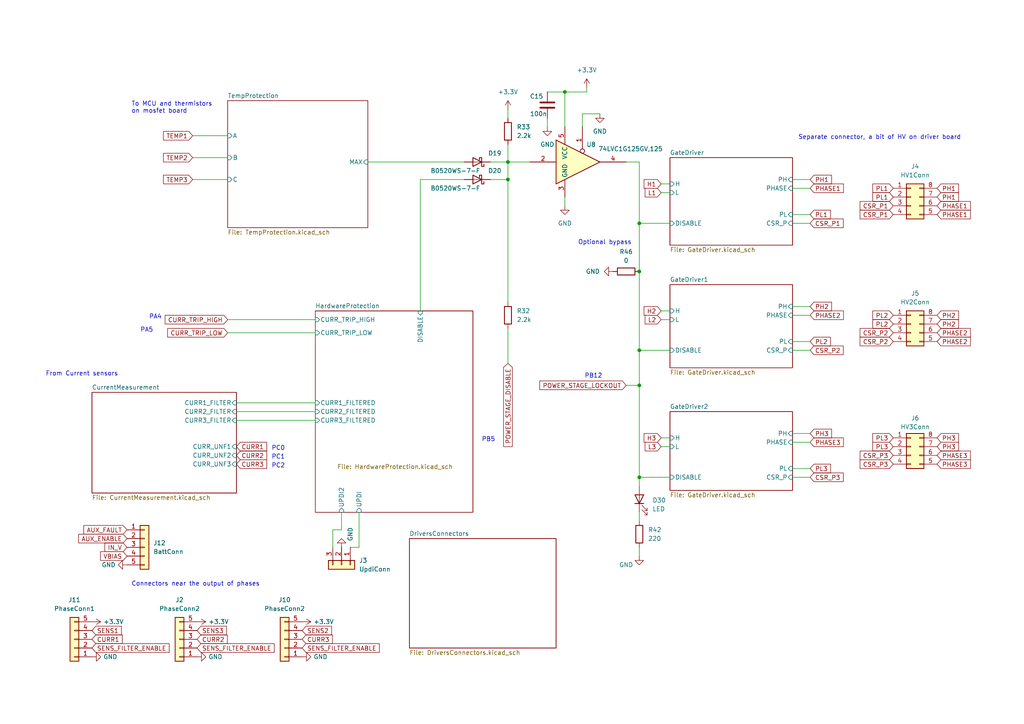
<source format=kicad_sch>
(kicad_sch (version 20230121) (generator eeschema)
  (paper "A4")
  (lib_symbols
    (symbol "74xGxx:74LVC1G125"
      (property "Reference" "U" (at -10.16 7.62 0))
      (property "Value" "74LVC1G125" (at 2.54 -7.62 0))
      (symbol "74LVC1G125_0_1"
        (polyline (pts (xy -7.62 6.35) (xy -7.62 -6.35) (xy 5.08 0) (xy -7.62 6.35)) (stroke (width 0.254)) (fill (type background)))
      )
      (symbol "74LVC1G125_1_1"
        (pin input inverted (at 0 10.16 270) (length 7.62) (name "~") (number "1"))
        (pin input line (at -15.24 0 0) (length 7.62) (name "~") (number "2"))
        (pin power_in line (at -5.08 -10.16 90) (length 5.08) (name "GND") (number "3"))
        (pin tri_state line (at 12.7 0 180) (length 7.62) (name "~") (number "4"))
        (pin power_in line (at -5.08 10.16 270) (length 5.08) (name "VCC") (number "5"))
      )
    )
    (symbol "Connector_Generic:Conn_01x03" (pin_names (offset 1.016) hide)
      (property "Reference" "J" (at 0 5.08 0))
      (property "Value" "Conn_01x03" (at 0 -5.08 0))
      (symbol "Conn_01x03_1_1"
        (rectangle (start -1.27 -2.413) (end 0 -2.667) (stroke (width 0.1524)))
        (rectangle (start -1.27 0.127) (end 0 -0.127) (stroke (width 0.1524)))
        (rectangle (start -1.27 2.667) (end 0 2.413) (stroke (width 0.1524)))
        (rectangle (start -1.27 3.81) (end 1.27 -3.81) (stroke (width 0.254)) (fill (type background)))
        (pin passive line (at -5.08 2.54 0) (length 3.81) (name "Pin_1") (number "1"))
        (pin passive line (at -5.08 0 0) (length 3.81) (name "Pin_2") (number "2"))
        (pin passive line (at -5.08 -2.54 0) (length 3.81) (name "Pin_3") (number "3"))
      )
    )
    (symbol "Connector_Generic:Conn_01x05" (pin_names (offset 1.016) hide)
      (property "Reference" "J" (at 0 7.62 0))
      (property "Value" "Conn_01x05" (at 0 -7.62 0))
      (symbol "Conn_01x05_1_1"
        (rectangle (start -1.27 -4.953) (end 0 -5.207) (stroke (width 0.1524)))
        (rectangle (start -1.27 -2.413) (end 0 -2.667) (stroke (width 0.1524)))
        (rectangle (start -1.27 0.127) (end 0 -0.127) (stroke (width 0.1524)))
        (rectangle (start -1.27 2.667) (end 0 2.413) (stroke (width 0.1524)))
        (rectangle (start -1.27 5.207) (end 0 4.953) (stroke (width 0.1524)))
        (rectangle (start -1.27 6.35) (end 1.27 -6.35) (stroke (width 0.254)) (fill (type background)))
        (pin passive line (at -5.08 5.08 0) (length 3.81) (name "Pin_1") (number "1"))
        (pin passive line (at -5.08 2.54 0) (length 3.81) (name "Pin_2") (number "2"))
        (pin passive line (at -5.08 0 0) (length 3.81) (name "Pin_3") (number "3"))
        (pin passive line (at -5.08 -2.54 0) (length 3.81) (name "Pin_4") (number "4"))
        (pin passive line (at -5.08 -5.08 0) (length 3.81) (name "Pin_5") (number "5"))
      )
    )
    (symbol "Connector_Generic:Conn_02x04_Counter_Clockwise" (pin_names (offset 1.016) hide)
      (property "Reference" "J" (at 1.27 5.08 0))
      (property "Value" "Conn_02x04_Counter_Clockwise" (at 1.27 -7.62 0))
      (symbol "Conn_02x04_Counter_Clockwise_1_1"
        (rectangle (start -1.27 -4.953) (end 0 -5.207) (stroke (width 0.1524)))
        (rectangle (start -1.27 -2.413) (end 0 -2.667) (stroke (width 0.1524)))
        (rectangle (start -1.27 0.127) (end 0 -0.127) (stroke (width 0.1524)))
        (rectangle (start -1.27 2.667) (end 0 2.413) (stroke (width 0.1524)))
        (rectangle (start -1.27 3.81) (end 3.81 -6.35) (stroke (width 0.254)) (fill (type background)))
        (rectangle (start 3.81 -4.953) (end 2.54 -5.207) (stroke (width 0.1524)))
        (rectangle (start 3.81 -2.413) (end 2.54 -2.667) (stroke (width 0.1524)))
        (rectangle (start 3.81 0.127) (end 2.54 -0.127) (stroke (width 0.1524)))
        (rectangle (start 3.81 2.667) (end 2.54 2.413) (stroke (width 0.1524)))
        (pin passive line (at -5.08 2.54 0) (length 3.81) (name "Pin_1") (number "1"))
        (pin passive line (at -5.08 0 0) (length 3.81) (name "Pin_2") (number "2"))
        (pin passive line (at -5.08 -2.54 0) (length 3.81) (name "Pin_3") (number "3"))
        (pin passive line (at -5.08 -5.08 0) (length 3.81) (name "Pin_4") (number "4"))
        (pin passive line (at 7.62 -5.08 180) (length 3.81) (name "Pin_5") (number "5"))
        (pin passive line (at 7.62 -2.54 180) (length 3.81) (name "Pin_6") (number "6"))
        (pin passive line (at 7.62 0 180) (length 3.81) (name "Pin_7") (number "7"))
        (pin passive line (at 7.62 2.54 180) (length 3.81) (name "Pin_8") (number "8"))
      )
    )
    (symbol "Device:C" (pin_numbers hide) (pin_names (offset 0.254))
      (property "Reference" "C" (at 0.635 2.54 0))
      (property "Value" "C" (at 0.635 -2.54 0))
      (symbol "C_0_1"
        (polyline (pts (xy -2.032 -0.762) (xy 2.032 -0.762)) (stroke (width 0.508)))
        (polyline (pts (xy -2.032 0.762) (xy 2.032 0.762)) (stroke (width 0.508)))
      )
      (symbol "C_1_1"
        (pin passive line (at 0 3.81 270) (length 2.794) (name "~") (number "1"))
        (pin passive line (at 0 -3.81 90) (length 2.794) (name "~") (number "2"))
      )
    )
    (symbol "Device:D_Schottky" (pin_numbers hide) (pin_names (offset 1.016) hide)
      (property "Reference" "D" (at 0 2.54 0))
      (property "Value" "D_Schottky" (at 0 -2.54 0))
      (symbol "D_Schottky_0_1"
        (polyline (pts (xy 1.27 0) (xy -1.27 0)))
        (polyline (pts (xy 1.27 1.27) (xy 1.27 -1.27) (xy -1.27 0) (xy 1.27 1.27)) (stroke (width 0.254)))
        (polyline (pts (xy -1.905 0.635) (xy -1.905 1.27) (xy -1.27 1.27) (xy -1.27 -1.27) (xy -0.635 -1.27) (xy -0.635 -0.635)) (stroke (width 0.254)))
      )
      (symbol "D_Schottky_1_1"
        (pin passive line (at -3.81 0 0) (length 2.54) (name "K") (number "1"))
        (pin passive line (at 3.81 0 180) (length 2.54) (name "A") (number "2"))
      )
    )
    (symbol "Device:LED" (pin_numbers hide) (pin_names (offset 1.016) hide)
      (property "Reference" "D" (at 0 2.54 0))
      (property "Value" "LED" (at 0 -2.54 0))
      (symbol "LED_0_1"
        (polyline (pts (xy -1.27 -1.27) (xy -1.27 1.27)) (stroke (width 0.254)))
        (polyline (pts (xy -1.27 0) (xy 1.27 0)))
        (polyline (pts (xy 1.27 -1.27) (xy 1.27 1.27) (xy -1.27 0) (xy 1.27 -1.27)) (stroke (width 0.254)))
        (polyline (pts (xy -3.048 -0.762) (xy -4.572 -2.286) (xy -3.81 -2.286) (xy -4.572 -2.286) (xy -4.572 -1.524)))
        (polyline (pts (xy -1.778 -0.762) (xy -3.302 -2.286) (xy -2.54 -2.286) (xy -3.302 -2.286) (xy -3.302 -1.524)))
      )
      (symbol "LED_1_1"
        (pin passive line (at -3.81 0 0) (length 2.54) (name "K") (number "1"))
        (pin passive line (at 3.81 0 180) (length 2.54) (name "A") (number "2"))
      )
    )
    (symbol "Device:R" (pin_numbers hide) (pin_names (offset 0))
      (property "Reference" "R" (at 2.032 0 90))
      (property "Value" "R" (at 0 0 90))
      (symbol "R_0_1"
        (rectangle (start -1.016 -2.54) (end 1.016 2.54) (stroke (width 0.254)))
      )
      (symbol "R_1_1"
        (pin passive line (at 0 3.81 270) (length 1.27) (name "~") (number "1"))
        (pin passive line (at 0 -3.81 90) (length 1.27) (name "~") (number "2"))
      )
    )
    (symbol "power:+3.3V" (power) (pin_names (offset 0))
      (property "Value" "+3.3V" (at 0 3.556 0))
      (symbol "+3.3V_0_1"
        (polyline (pts (xy -0.762 1.27) (xy 0 2.54)))
        (polyline (pts (xy 0 0) (xy 0 2.54)))
        (polyline (pts (xy 0 2.54) (xy 0.762 1.27)))
      )
      (symbol "+3.3V_1_1"
        (pin power_in line (at 0 0 90) (length 0) hide (name "+3.3V") (number "1"))
      )
    )
    (symbol "power:GND" (power) (pin_names (offset 0))
      (property "Value" "GND" (at 0 -3.81 0))
      (symbol "GND_0_1"
        (polyline (pts (xy 0 0) (xy 0 -1.27) (xy 1.27 -1.27) (xy 0 -2.54) (xy -1.27 -1.27) (xy 0 -1.27)))
      )
      (symbol "GND_1_1"
        (pin power_in line (at 0 0 270) (length 0) hide (name "GND") (number "1"))
      )
    )
  )
  (junction (at 185.42 138.43))
  (junction (at 163.83 26.67))
  (junction (at 147.32 52.07))
  (junction (at 185.42 111.76))
  (junction (at 147.32 46.99))
  (junction (at 185.42 101.6))
  (junction (at 185.42 64.77))
  (junction (at 185.42 78.74))
  (wire (pts (xy 229.87 88.9) (xy 234.95 88.9)))
  (wire (pts (xy 147.32 41.91) (xy 147.32 46.99)))
  (wire (pts (xy 185.42 138.43) (xy 185.42 140.97)))
  (wire (pts (xy 185.42 148.59) (xy 185.42 151.13)))
  (wire (pts (xy 185.42 78.74) (xy 185.42 64.77)))
  (wire (pts (xy 55.88 45.72) (xy 66.04 45.72)))
  (wire (pts (xy 163.83 26.67) (xy 163.83 36.83)))
  (wire (pts (xy 68.58 121.92) (xy 91.44 121.92)))
  (wire (pts (xy 158.75 34.29) (xy 158.75 36.83)))
  (wire (pts (xy 191.77 53.34) (xy 194.31 53.34)))
  (wire (pts (xy 181.61 111.76) (xy 185.42 111.76)))
  (wire (pts (xy 104.14 158.75) (xy 104.14 148.59)))
  (wire (pts (xy 96.52 153.67) (xy 99.06 153.67)))
  (wire (pts (xy 147.32 46.99) (xy 147.32 52.07)))
  (wire (pts (xy 55.88 39.37) (xy 66.04 39.37)))
  (wire (pts (xy 229.87 101.6) (xy 234.95 101.6)))
  (wire (pts (xy 68.58 119.38) (xy 91.44 119.38)))
  (wire (pts (xy 173.99 33.02) (xy 168.91 33.02)))
  (wire (pts (xy 101.6 158.75) (xy 104.14 158.75)))
  (wire (pts (xy 229.87 52.07) (xy 234.95 52.07)))
  (wire (pts (xy 66.04 92.71) (xy 91.44 92.71)))
  (wire (pts (xy 168.91 33.02) (xy 168.91 36.83)))
  (wire (pts (xy 147.32 95.25) (xy 147.32 105.41)))
  (wire (pts (xy 185.42 46.99) (xy 181.61 46.99)))
  (wire (pts (xy 229.87 54.61) (xy 234.95 54.61)))
  (wire (pts (xy 147.32 52.07) (xy 147.32 87.63)))
  (wire (pts (xy 68.58 116.84) (xy 91.44 116.84)))
  (wire (pts (xy 142.24 52.07) (xy 147.32 52.07)))
  (wire (pts (xy 229.87 64.77) (xy 234.95 64.77)))
  (wire (pts (xy 194.31 101.6) (xy 185.42 101.6)))
  (wire (pts (xy 229.87 128.27) (xy 234.95 128.27)))
  (wire (pts (xy 142.24 46.99) (xy 147.32 46.99)))
  (wire (pts (xy 185.42 158.75) (xy 185.42 161.29)))
  (wire (pts (xy 66.04 96.52) (xy 91.44 96.52)))
  (wire (pts (xy 163.83 26.67) (xy 158.75 26.67)))
  (wire (pts (xy 170.18 26.67) (xy 163.83 26.67)))
  (wire (pts (xy 229.87 125.73) (xy 234.95 125.73)))
  (wire (pts (xy 191.77 92.71) (xy 194.31 92.71)))
  (wire (pts (xy 194.31 138.43) (xy 185.42 138.43)))
  (wire (pts (xy 185.42 111.76) (xy 185.42 138.43)))
  (wire (pts (xy 106.68 46.99) (xy 134.62 46.99)))
  (wire (pts (xy 191.77 55.88) (xy 194.31 55.88)))
  (wire (pts (xy 191.77 129.54) (xy 194.31 129.54)))
  (wire (pts (xy 229.87 99.06) (xy 234.95 99.06)))
  (wire (pts (xy 229.87 91.44) (xy 234.95 91.44)))
  (wire (pts (xy 99.06 153.67) (xy 99.06 148.59)))
  (wire (pts (xy 121.92 52.07) (xy 134.62 52.07)))
  (wire (pts (xy 185.42 101.6) (xy 185.42 111.76)))
  (wire (pts (xy 147.32 31.75) (xy 147.32 34.29)))
  (wire (pts (xy 147.32 46.99) (xy 153.67 46.99)))
  (wire (pts (xy 170.18 25.4) (xy 170.18 26.67)))
  (wire (pts (xy 229.87 62.23) (xy 234.95 62.23)))
  (wire (pts (xy 194.31 64.77) (xy 185.42 64.77)))
  (wire (pts (xy 96.52 158.75) (xy 96.52 153.67)))
  (wire (pts (xy 229.87 135.89) (xy 234.95 135.89)))
  (wire (pts (xy 229.87 138.43) (xy 234.95 138.43)))
  (wire (pts (xy 191.77 127) (xy 194.31 127)))
  (wire (pts (xy 55.88 52.07) (xy 66.04 52.07)))
  (wire (pts (xy 163.83 57.15) (xy 163.83 59.69)))
  (wire (pts (xy 121.92 52.07) (xy 121.92 90.17)))
  (wire (pts (xy 185.42 64.77) (xy 185.42 46.99)))
  (wire (pts (xy 185.42 78.74) (xy 185.42 101.6)))
  (wire (pts (xy 191.77 90.17) (xy 194.31 90.17)))
  (text "Connectors near the output of phases" (at 38.1 170.18 0) (effects (font (size 1.27 1.27)) (justify left bottom)))
  (text "PA5" (at 44.45 96.52 0) (effects (font (size 1.27 1.27)) (justify right bottom)))
  (text "PA4" (at 46.99 92.71 0) (effects (font (size 1.27 1.27)) (justify right bottom)))
  (text "PC2" (at 78.74 135.89 0) (effects (font (size 1.27 1.27)) (justify left bottom)))
  (text "PB12" (at 169.545 109.855 0) (effects (font (size 1.27 1.27)) (justify left bottom)))
  (text "Optional bypass" (at 167.64 71.12 0) (effects (font (size 1.27 1.27)) (justify left bottom)))
  (text "PB5" (at 139.7 128.27 0) (effects (font (size 1.27 1.27)) (justify left bottom)))
  (text "Separate connector, a bit of HV on driver board" (at 278.765 40.64 0) (effects (font (size 1.27 1.27)) (justify right bottom)))
  (text "To MCU and thermistors \non mosfet board" (at 38.1 33.02 0) (effects (font (size 1.27 1.27)) (justify left bottom)))
  (text "PC1" (at 78.74 133.35 0) (effects (font (size 1.27 1.27)) (justify left bottom)))
  (text "PC0" (at 78.74 130.81 0) (effects (font (size 1.27 1.27)) (justify left bottom)))
  (text "From Current sensors" (at 34.29 109.22 0) (effects (font (size 1.27 1.27)) (justify right bottom)))
  (global_label "L2" (shape input) (at 191.77 92.71 180) (property "Intersheetrefs" "${INTERSHEET_REFS}" (effects hide)))
  (global_label "CURR2" (shape input) (at 57.15 185.42 0) (property "Intersheetrefs" "${INTERSHEET_REFS}" (effects hide)))
  (global_label "VBIAS" (shape input) (at 36.83 161.29 180) (property "Intersheetrefs" "${INTERSHEET_REFS}" (effects hide)))
  (global_label "CURR_TRIP_HIGH" (shape input) (at 66.04 92.71 180) (property "Intersheetrefs" "${INTERSHEET_REFS}" (effects hide)))
  (global_label "PH1" (shape input) (at 271.78 57.15 0) (property "Intersheetrefs" "${INTERSHEET_REFS}" (effects hide)))
  (global_label "PL3" (shape input) (at 259.08 127 180) (property "Intersheetrefs" "${INTERSHEET_REFS}" (effects hide)))
  (global_label "IN_V" (shape input) (at 36.83 158.75 180) (property "Intersheetrefs" "${INTERSHEET_REFS}" (effects hide)))
  (global_label "SENS_FILTER_ENABLE" (shape input) (at 87.63 187.96 0) (property "Intersheetrefs" "${INTERSHEET_REFS}" (effects hide)))
  (global_label "H1" (shape input) (at 191.77 53.34 180) (property "Intersheetrefs" "${INTERSHEET_REFS}" (effects hide)))
  (global_label "CSR_P1" (shape input) (at 259.08 62.23 180) (property "Intersheetrefs" "${INTERSHEET_REFS}" (effects hide)))
  (global_label "SENS3" (shape input) (at 57.15 182.88 0) (property "Intersheetrefs" "${INTERSHEET_REFS}" (effects hide)))
  (global_label "PHASE1" (shape input) (at 271.78 62.23 0) (property "Intersheetrefs" "${INTERSHEET_REFS}" (effects hide)))
  (global_label "PHASE2" (shape input) (at 234.95 91.44 0) (property "Intersheetrefs" "${INTERSHEET_REFS}" (effects hide)))
  (global_label "PL2" (shape input) (at 259.08 91.44 180) (property "Intersheetrefs" "${INTERSHEET_REFS}" (effects hide)))
  (global_label "CSR_P1" (shape input) (at 234.95 64.77 0) (property "Intersheetrefs" "${INTERSHEET_REFS}" (effects hide)))
  (global_label "CSR_P2" (shape input) (at 259.08 99.06 180) (property "Intersheetrefs" "${INTERSHEET_REFS}" (effects hide)))
  (global_label "PH2" (shape input) (at 271.78 91.44 0) (property "Intersheetrefs" "${INTERSHEET_REFS}" (effects hide)))
  (global_label "H2" (shape input) (at 191.77 90.17 180) (property "Intersheetrefs" "${INTERSHEET_REFS}" (effects hide)))
  (global_label "CURR2" (shape input) (at 68.58 132.08 0) (property "Intersheetrefs" "${INTERSHEET_REFS}" (effects hide)))
  (global_label "PL3" (shape input) (at 259.08 129.54 180) (property "Intersheetrefs" "${INTERSHEET_REFS}" (effects hide)))
  (global_label "PH3" (shape input) (at 271.78 129.54 0) (property "Intersheetrefs" "${INTERSHEET_REFS}" (effects hide)))
  (global_label "CSR_P3" (shape input) (at 259.08 132.08 180) (property "Intersheetrefs" "${INTERSHEET_REFS}" (effects hide)))
  (global_label "TEMP2" (shape input) (at 55.88 45.72 180) (property "Intersheetrefs" "${INTERSHEET_REFS}" (effects hide)))
  (global_label "PH3" (shape input) (at 271.78 127 0) (property "Intersheetrefs" "${INTERSHEET_REFS}" (effects hide)))
  (global_label "SENS_FILTER_ENABLE" (shape input) (at 26.67 187.96 0) (property "Intersheetrefs" "${INTERSHEET_REFS}" (effects hide)))
  (global_label "CSR_P1" (shape input) (at 259.08 59.69 180) (property "Intersheetrefs" "${INTERSHEET_REFS}" (effects hide)))
  (global_label "PL3" (shape input) (at 234.95 135.89 0) (property "Intersheetrefs" "${INTERSHEET_REFS}" (effects hide)))
  (global_label "PH1" (shape input) (at 234.95 52.07 0) (property "Intersheetrefs" "${INTERSHEET_REFS}" (effects hide)))
  (global_label "SENS2" (shape input) (at 87.63 182.88 0) (property "Intersheetrefs" "${INTERSHEET_REFS}" (effects hide)))
  (global_label "PHASE3" (shape input) (at 234.95 128.27 0) (property "Intersheetrefs" "${INTERSHEET_REFS}" (effects hide)))
  (global_label "CSR_P3" (shape input) (at 259.08 134.62 180) (property "Intersheetrefs" "${INTERSHEET_REFS}" (effects hide)))
  (global_label "PL2" (shape input) (at 259.08 93.98 180) (property "Intersheetrefs" "${INTERSHEET_REFS}" (effects hide)))
  (global_label "PHASE3" (shape input) (at 271.78 134.62 0) (property "Intersheetrefs" "${INTERSHEET_REFS}" (effects hide)))
  (global_label "POWER_STAGE_LOCKOUT" (shape input) (at 181.61 111.76 180) (property "Intersheetrefs" "${INTERSHEET_REFS}" (effects hide)))
  (global_label "TEMP1" (shape input) (at 55.88 39.37 180) (property "Intersheetrefs" "${INTERSHEET_REFS}" (effects hide)))
  (global_label "CURR3" (shape input) (at 68.58 134.62 0) (property "Intersheetrefs" "${INTERSHEET_REFS}" (effects hide)))
  (global_label "L3" (shape input) (at 191.77 129.54 180) (property "Intersheetrefs" "${INTERSHEET_REFS}" (effects hide)))
  (global_label "CURR3" (shape input) (at 87.63 185.42 0) (property "Intersheetrefs" "${INTERSHEET_REFS}" (effects hide)))
  (global_label "SENS_FILTER_ENABLE" (shape input) (at 57.15 187.96 0) (property "Intersheetrefs" "${INTERSHEET_REFS}" (effects hide)))
  (global_label "PL2" (shape input) (at 234.95 99.06 0) (property "Intersheetrefs" "${INTERSHEET_REFS}" (effects hide)))
  (global_label "CSR_P2" (shape input) (at 259.08 96.52 180) (property "Intersheetrefs" "${INTERSHEET_REFS}" (effects hide)))
  (global_label "SENS1" (shape input) (at 26.67 182.88 0) (property "Intersheetrefs" "${INTERSHEET_REFS}" (effects hide)))
  (global_label "CURR1" (shape input) (at 68.58 129.54 0) (property "Intersheetrefs" "${INTERSHEET_REFS}" (effects hide)))
  (global_label "PL1" (shape input) (at 259.08 54.61 180) (property "Intersheetrefs" "${INTERSHEET_REFS}" (effects hide)))
  (global_label "PHASE2" (shape input) (at 271.78 99.06 0) (property "Intersheetrefs" "${INTERSHEET_REFS}" (effects hide)))
  (global_label "PHASE1" (shape input) (at 271.78 59.69 0) (property "Intersheetrefs" "${INTERSHEET_REFS}" (effects hide)))
  (global_label "CSR_P2" (shape input) (at 234.95 101.6 0) (property "Intersheetrefs" "${INTERSHEET_REFS}" (effects hide)))
  (global_label "H3" (shape input) (at 191.77 127 180) (property "Intersheetrefs" "${INTERSHEET_REFS}" (effects hide)))
  (global_label "PHASE2" (shape input) (at 271.78 96.52 0) (property "Intersheetrefs" "${INTERSHEET_REFS}" (effects hide)))
  (global_label "CURR1" (shape input) (at 26.67 185.42 0) (property "Intersheetrefs" "${INTERSHEET_REFS}" (effects hide)))
  (global_label "PH2" (shape input) (at 271.78 93.98 0) (property "Intersheetrefs" "${INTERSHEET_REFS}" (effects hide)))
  (global_label "PHASE1" (shape input) (at 234.95 54.61 0) (property "Intersheetrefs" "${INTERSHEET_REFS}" (effects hide)))
  (global_label "AUX_ENABLE" (shape input) (at 36.83 156.21 180) (property "Intersheetrefs" "${INTERSHEET_REFS}" (effects hide)))
  (global_label "CSR_P3" (shape input) (at 234.95 138.43 0) (property "Intersheetrefs" "${INTERSHEET_REFS}" (effects hide)))
  (global_label "POWER_STAGE_DISABLE" (shape input) (at 147.32 105.41 270) (property "Intersheetrefs" "${INTERSHEET_REFS}" (effects hide)))
  (global_label "PH1" (shape input) (at 271.78 54.61 0) (property "Intersheetrefs" "${INTERSHEET_REFS}" (effects hide)))
  (global_label "PL1" (shape input) (at 234.95 62.23 0) (property "Intersheetrefs" "${INTERSHEET_REFS}" (effects hide)))
  (global_label "PH2" (shape input) (at 234.95 88.9 0) (property "Intersheetrefs" "${INTERSHEET_REFS}" (effects hide)))
  (global_label "PHASE3" (shape input) (at 271.78 132.08 0) (property "Intersheetrefs" "${INTERSHEET_REFS}" (effects hide)))
  (global_label "L1" (shape input) (at 191.77 55.88 180) (property "Intersheetrefs" "${INTERSHEET_REFS}" (effects hide)))
  (global_label "AUX_FAULT" (shape input) (at 36.83 153.67 180) (property "Intersheetrefs" "${INTERSHEET_REFS}" (effects hide)))
  (global_label "TEMP3" (shape input) (at 55.88 52.07 180) (property "Intersheetrefs" "${INTERSHEET_REFS}" (effects hide)))
  (global_label "PH3" (shape input) (at 234.95 125.73 0) (property "Intersheetrefs" "${INTERSHEET_REFS}" (effects hide)))
  (global_label "PL1" (shape input) (at 259.08 57.15 180) (property "Intersheetrefs" "${INTERSHEET_REFS}" (effects hide)))
  (global_label "CURR_TRIP_LOW" (shape input) (at 66.04 96.52 180) (property "Intersheetrefs" "${INTERSHEET_REFS}" (effects hide)))
  (symbol (lib_id "power:GND") (at 99.06 158.75 180) (unit 1)
    (property "Reference" "#PWR010" (effects hide))
    (property "Value" "GND" (at 101.6 154.94 90))
  )
  (symbol (lib_id "power:GND") (at 163.83 59.69 0) (unit 1)
    (property "Reference" "#PWR042" (effects hide))
    (property "Value" "GND" (at 163.83 64.77 0))
  )
  (symbol (lib_id "power:+3.3V") (at 170.18 25.4 0) (unit 1)
    (property "Reference" "#PWR041" (effects hide))
    (property "Value" "+3.3V" (at 170.18 20.32 0))
  )
  (symbol (lib_id "Device:R") (at 147.32 38.1 0) (unit 1)
    (property "Reference" "R33" (at 149.86 36.83 0) (effects (justify left)))
    (property "Value" "2.2k" (at 149.86 39.37 0) (effects (justify left)))
    (property "Footprint" "Resistor_SMD:R_0805_2012Metric" (effects hide))
  )
  (symbol (lib_id "power:GND") (at 87.63 190.5 90) (unit 1)
    (property "Reference" "#PWR063" (effects hide))
    (property "Value" "GND" (at 92.964 190.5 90))
  )
  (symbol (lib_id "power:GND") (at 185.42 161.29 0) (unit 1)
    (property "Reference" "#PWR053" (effects hide))
    (property "Value" "GND" (at 181.61 163.83 0))
  )
  (symbol (lib_id "power:+3.3V") (at 57.15 180.34 270) (unit 1)
    (property "Reference" "#PWR055" (effects hide))
    (property "Value" "+3.3V" (at 60.452 180.34 90) (effects (justify left)))
  )
  (symbol (lib_id "power:GND") (at 158.75 36.83 0) (unit 1)
    (property "Reference" "#PWR043" (effects hide))
    (property "Value" "GND" (at 158.75 41.91 0))
  )
  (symbol (lib_id "Connector_Generic:Conn_02x04_Counter_Clockwise") (at 264.16 93.98 0) (unit 1)
    (property "Reference" "J5" (at 265.43 85.09 0))
    (property "Value" "HV2Conn" (at 265.43 87.63 0))
    (property "Footprint" "Connector_PinHeader_2.54mm:PinHeader_2x04_P2.54mm_Vertical" (effects hide))
    (property "MPN" "C492421" (effects hide))
  )
  (symbol (lib_id "power:+3.3V") (at 26.67 180.34 270) (unit 1)
    (property "Reference" "#PWR054" (effects hide))
    (property "Value" "+3.3V" (at 29.972 180.34 90) (effects (justify left)))
  )
  (symbol (lib_id "power:GND") (at 177.8 78.74 270) (unit 1)
    (property "Reference" "#PWR066" (effects hide))
    (property "Value" "GND" (at 173.99 78.74 90) (effects (justify right)))
  )
  (symbol (lib_id "Connector_Generic:Conn_01x03") (at 99.06 163.83 270) (unit 1)
    (property "Reference" "J3" (at 104.14 162.56 90) (effects (justify left)))
    (property "Value" "UpdiConn" (at 104.14 165.1 90) (effects (justify left)))
    (property "Footprint" "Connector_PinHeader_2.54mm:PinHeader_1x03_P2.54mm_Vertical" (effects hide))
    (property "MPN" "C49257" (effects hide))
  )
  (symbol (lib_id "Connector_Generic:Conn_02x04_Counter_Clockwise") (at 264.16 129.54 0) (unit 1)
    (property "Reference" "J6" (at 265.43 121.285 0))
    (property "Value" "HV3Conn" (at 265.43 123.825 0))
    (property "Footprint" "Connector_PinHeader_2.54mm:PinHeader_2x04_P2.54mm_Vertical" (effects hide))
    (property "MPN" "C492421" (effects hide))
  )
  (symbol (lib_id "Device:D_Schottky") (at 138.43 46.99 180) (unit 1)
    (property "Reference" "D19" (at 143.51 44.45 0))
    (property "Value" "B0520WS-7-F" (at 132.08 49.53 0))
    (property "Footprint" "Diode_SMD:D_SOD-323" (effects hide))
    (property "MPN" "C124198" (effects hide))
  )
  (symbol (lib_id "74xGxx:74LVC1G125") (at 168.91 46.99 0) (unit 1)
    (property "Reference" "U8" (at 171.45 41.91 0))
    (property "Value" "74LVC1G125GV,125" (at 182.88 43.18 0))
    (property "Footprint" "Package_SO:TSOP-5_1.65x3.05mm_P0.95mm" (effects hide))
    (property "Datasheet" "https://www.ti.com/lit/ds/symlink/sn74lvc1g125.pdf" (effects hide))
    (property "MPN" "C12518" (effects hide))
  )
  (symbol (lib_id "Device:R") (at 185.42 154.94 0) (unit 1)
    (property "Reference" "R42" (at 187.96 153.67 0) (effects (justify left)))
    (property "Value" "220" (at 187.96 156.21 0) (effects (justify left)))
    (property "Footprint" "Resistor_SMD:R_0805_2012Metric" (effects hide))
    (property "MPN" "C17557" (effects hide))
  )
  (symbol (lib_id "Device:R") (at 147.32 91.44 0) (unit 1)
    (property "Reference" "R32" (at 149.86 90.17 0) (effects (justify left)))
    (property "Value" "2.2k" (at 149.86 92.71 0) (effects (justify left)))
    (property "Footprint" "Resistor_SMD:R_0805_2012Metric" (effects hide))
    (property "MPN" "C17520" (effects hide))
  )
  (symbol (lib_id "power:+3.3V") (at 87.63 180.34 270) (unit 1)
    (property "Reference" "#PWR057" (effects hide))
    (property "Value" "+3.3V" (at 90.932 180.34 90) (effects (justify left)))
  )
  (symbol (lib_id "power:GND") (at 173.99 33.02 0) (unit 1)
    (property "Reference" "#PWR044" (effects hide))
    (property "Value" "GND" (at 173.99 38.1 0))
  )
  (symbol (lib_id "power:+3.3V") (at 147.32 31.75 0) (unit 1)
    (property "Reference" "#PWR040" (effects hide))
    (property "Value" "+3.3V" (at 147.32 26.67 0))
  )
  (symbol (lib_id "Device:D_Schottky") (at 138.43 52.07 180) (unit 1)
    (property "Reference" "D20" (at 143.51 49.53 0))
    (property "Value" "B0520WS-7-F" (at 132.08 54.61 0))
    (property "Footprint" "Diode_SMD:D_SOD-323" (effects hide))
  )
  (symbol (lib_id "Device:R") (at 181.61 78.74 90) (unit 1)
    (property "Reference" "R46" (at 181.61 73.025 90))
    (property "Value" "0" (at 181.61 75.565 90))
    (property "Footprint" "Resistor_SMD:R_0805_2012Metric" (effects hide))
    (property "MPN" "C17477" (effects hide))
  )
  (symbol (lib_id "power:GND") (at 57.15 190.5 90) (unit 1)
    (property "Reference" "#PWR056" (effects hide))
    (property "Value" "GND" (at 62.484 190.5 90))
  )
  (symbol (lib_id "Connector_Generic:Conn_01x05") (at 52.07 185.42 180) (unit 1)
    (property "Reference" "J2" (at 52.07 173.99 0))
    (property "Value" "PhaseConn2" (at 52.07 176.53 0))
    (property "Footprint" "Connector_PinHeader_2.54mm:PinHeader_1x05_P2.54mm_Vertical" (effects hide))
    (property "MPN" "C492404" (effects hide))
  )
  (symbol (lib_id "Connector_Generic:Conn_02x04_Counter_Clockwise") (at 264.16 57.15 0) (unit 1)
    (property "Reference" "J4" (at 265.43 48.26 0))
    (property "Value" "HV1Conn" (at 265.43 50.8 0))
    (property "Footprint" "Connector_PinHeader_2.54mm:PinHeader_2x04_P2.54mm_Vertical" (effects hide))
    (property "MPN" "C492421" (effects hide))
  )
  (symbol (lib_id "Device:LED") (at 185.42 144.78 90) (unit 1)
    (property "Reference" "D30" (at 189.23 145.0975 90) (effects (justify right)))
    (property "Value" "LED" (at 189.23 147.6375 90) (effects (justify right)))
    (property "Footprint" "LED_SMD:LED_0805_2012Metric" (effects hide))
  )
  (symbol (lib_id "Connector_Generic:Conn_01x05") (at 21.59 185.42 180) (unit 1)
    (property "Reference" "J11" (at 21.59 173.99 0))
    (property "Value" "PhaseConn1" (at 21.59 176.53 0))
    (property "Footprint" "Connector_PinHeader_2.54mm:PinHeader_1x05_P2.54mm_Vertical" (effects hide))
    (property "MPN" "C492404" (effects hide))
  )
  (symbol (lib_id "Connector_Generic:Conn_01x05") (at 41.91 158.75 0) (unit 1)
    (property "Reference" "J12" (at 44.45 157.48 0) (effects (justify left)))
    (property "Value" "BattConn" (at 44.45 160.02 0) (effects (justify left)))
    (property "Footprint" "Connector_PinHeader_2.54mm:PinHeader_1x05_P2.54mm_Vertical" (effects hide))
    (property "MPN" "C492404" (effects hide))
  )
  (symbol (lib_id "Device:C") (at 158.75 30.48 0) (unit 1)
    (property "Reference" "C15" (at 153.67 27.94 0) (effects (justify left)))
    (property "Value" "100n" (at 153.67 33.02 0) (effects (justify left)))
    (property "Footprint" "Capacitor_SMD:C_0805_2012Metric" (effects hide))
  )
  (symbol (lib_id "power:GND") (at 26.67 190.5 90) (unit 1)
    (property "Reference" "#PWR065" (effects hide))
    (property "Value" "GND" (at 32.004 190.5 90))
  )
  (symbol (lib_id "power:GND") (at 36.83 163.83 270) (unit 1)
    (property "Reference" "#PWR011" (effects hide))
    (property "Value" "GND" (at 31.496 163.83 90))
  )
  (symbol (lib_id "Connector_Generic:Conn_01x05") (at 82.55 185.42 180) (unit 1)
    (property "Reference" "J10" (at 82.55 173.99 0))
    (property "Value" "PhaseConn2" (at 82.55 176.53 0))
    (property "Footprint" "Connector_PinHeader_2.54mm:PinHeader_1x05_P2.54mm_Vertical" (effects hide))
    (property "MPN" "C492404" (effects hide))
  )
  (sheet (at 194.31 82.55) (size 35.56 24.13) (stroke (width 0.1524))
    (property "Sheetname" "GateDriver1" (at 194.31 81.8384 0) (effects (justify left bottom)))
    (property "Sheetfile" "GateDriver.kicad_sch" (at 194.31 107.2646 0) (effects (justify left top)))
    (pin "DISABLE" input (at 194.31 101.6 180))
    (pin "L" input (at 194.31 92.71 180))
    (pin "H" input (at 194.31 90.17 180))
    (pin "PHASE" input (at 229.87 91.44 0))
    (pin "PL" input (at 229.87 99.06 0))
    (pin "CSR_P" input (at 229.87 101.6 0))
    (pin "PH" input (at 229.87 88.9 0))
  )
  (sheet (at 91.44 90.17) (size 45.72 58.42) (stroke (width 0.1524))
    (property "Sheetname" "HardwareProtection" (at 91.44 89.4584 0) (effects (justify left bottom)))
    (property "Sheetfile" "HardwareProtection.kicad_sch" (at 97.79 134.62 0) (effects (justify left top)))
    (pin "CURR_TRIP_LOW" input (at 91.44 96.52 180))
    (pin "CURR_TRIP_HIGH" input (at 91.44 92.71 180))
    (pin "DISABLE" input (at 121.92 90.17 90))
    (pin "UPDI2" input (at 99.06 148.59 270))
    (pin "UPDI" input (at 104.14 148.59 270))
    (pin "CURR1_FILTERED" input (at 91.44 116.84 180))
    (pin "CURR2_FILTERED" input (at 91.44 119.38 180))
    (pin "CURR3_FILTERED" input (at 91.44 121.92 180))
  )
  (sheet (at 194.31 45.72) (size 35.56 25.4) (stroke (width 0.1524))
    (property "Sheetname" "GateDriver" (at 194.31 45.0084 0) (effects (justify left bottom)))
    (property "Sheetfile" "GateDriver.kicad_sch" (at 194.31 71.7046 0) (effects (justify left top)))
    (pin "DISABLE" input (at 194.31 64.77 180))
    (pin "L" input (at 194.31 55.88 180))
    (pin "H" input (at 194.31 53.34 180))
    (pin "PHASE" input (at 229.87 54.61 0))
    (pin "PL" input (at 229.87 62.23 0))
    (pin "CSR_P" input (at 229.87 64.77 0))
    (pin "PH" input (at 229.87 52.07 0))
  )
  (sheet (at 118.745 156.21) (size 42.545 31.75) (stroke (width 0.1524))
    (property "Sheetname" "DriversConnectors" (at 118.745 155.4984 0) (effects (justify left bottom)))
    (property "Sheetfile" "DriversConnectors.kicad_sch" (at 118.745 188.5446 0) (effects (justify left top)))
  )
  (sheet (at 194.31 119.38) (size 35.56 22.86) (stroke (width 0.1524))
    (property "Sheetname" "GateDriver2" (at 194.31 118.6684 0) (effects (justify left bottom)))
    (property "Sheetfile" "GateDriver.kicad_sch" (at 194.31 142.8246 0) (effects (justify left top)))
    (pin "DISABLE" input (at 194.31 138.43 180))
    (pin "L" input (at 194.31 129.54 180))
    (pin "H" input (at 194.31 127 180))
    (pin "PHASE" input (at 229.87 128.27 0))
    (pin "PL" input (at 229.87 135.89 0))
    (pin "CSR_P" input (at 229.87 138.43 0))
    (pin "PH" input (at 229.87 125.73 0))
  )
  (sheet (at 66.04 29.21) (size 40.64 36.83) (stroke (width 0.1524))
    (property "Sheetname" "TempProtection" (at 66.04 28.4984 0) (effects (justify left bottom)))
    (property "Sheetfile" "TempProtection.kicad_sch" (at 66.04 66.6246 0) (effects (justify left top)))
    (pin "A" input (at 66.04 39.37 180))
    (pin "B" input (at 66.04 45.72 180))
    (pin "MAX" input (at 106.68 46.99 0))
    (pin "C" input (at 66.04 52.07 180))
  )
  (sheet (at 26.67 113.792) (size 41.91 29.21) (stroke (width 0.1524))
    (property "Sheetname" "CurrentMeasurement" (at 26.67 113.0804 0) (effects (justify left bottom)))
    (property "Sheetfile" "CurrentMeasurement.kicad_sch" (at 26.67 143.5866 0) (effects (justify left top)))
    (pin "CURR1_FILTER" input (at 68.58 116.84 0))
    (pin "CURR2_FILTER" input (at 68.58 119.38 0))
    (pin "CURR3_FILTER" input (at 68.58 121.92 0))
    (pin "CURR_UNF1" input (at 68.58 129.54 0))
    (pin "CURR_UNF2" input (at 68.58 132.08 0))
    (pin "CURR_UNF3" input (at 68.58 134.62 0))
  )
)
</source>
